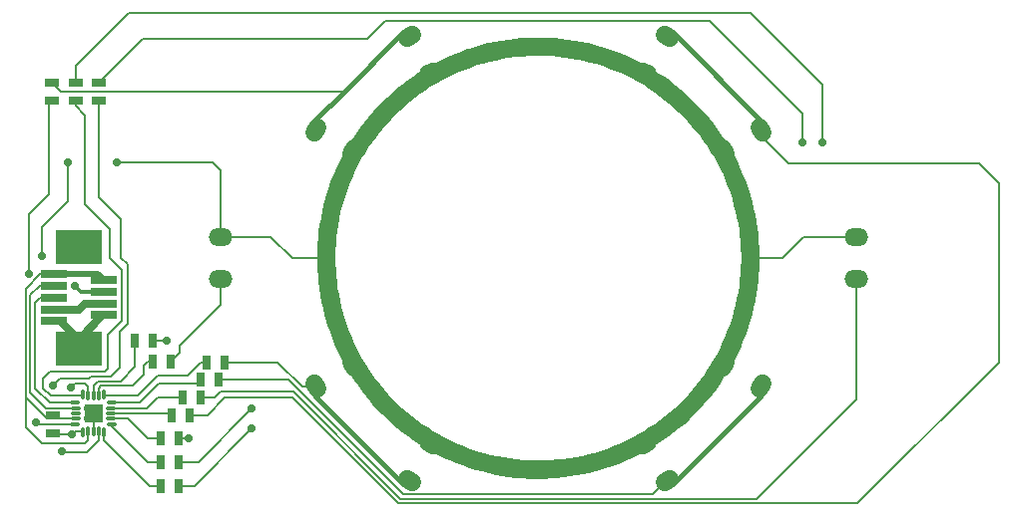
<source format=gbl>
G04 (created by PCBNEW (2013-07-07 BZR 4022)-stable) date 17/04/2014 00:12:45*
%MOIN*%
G04 Gerber Fmt 3.4, Leading zero omitted, Abs format*
%FSLAX34Y34*%
G01*
G70*
G90*
G04 APERTURE LIST*
%ADD10C,0.00590551*%
%ADD11C,0.0001*%
%ADD12R,0.045X0.025*%
%ADD13R,0.0866142X0.0275591*%
%ADD14R,0.15748X0.11811*%
%ADD15R,0.025X0.045*%
%ADD16C,0.0590551*%
%ADD17O,0.0787402X0.0590551*%
%ADD18C,0.0393701*%
%ADD19O,0.0393701X0.0106299*%
%ADD20O,0.0106299X0.0393701*%
%ADD21R,0.0629921X0.0629921*%
%ADD22C,0.0275591*%
%ADD23C,0.00787402*%
%ADD24C,0.019685*%
%ADD25C,0.011811*%
%ADD26C,0.0275591*%
%ADD27C,0.015748*%
G04 APERTURE END LIST*
G54D10*
G54D11*
G36*
X81494Y-58382D02*
X81494Y-58432D01*
X81494Y-58476D01*
X81494Y-58516D01*
X81493Y-58551D01*
X81493Y-58585D01*
X81492Y-58615D01*
X81491Y-58645D01*
X81490Y-58674D01*
X81488Y-58704D01*
X81487Y-58735D01*
X81484Y-58768D01*
X81482Y-58803D01*
X81479Y-58843D01*
X81478Y-58864D01*
X81459Y-59089D01*
X81432Y-59313D01*
X81399Y-59536D01*
X81358Y-59758D01*
X81311Y-59979D01*
X81257Y-60198D01*
X81197Y-60416D01*
X81130Y-60631D01*
X81056Y-60845D01*
X80976Y-61056D01*
X80889Y-61265D01*
X80885Y-61274D01*
X80885Y-58426D01*
X80885Y-58207D01*
X80877Y-57989D01*
X80863Y-57770D01*
X80842Y-57553D01*
X80821Y-57390D01*
X80788Y-57175D01*
X80748Y-56962D01*
X80702Y-56751D01*
X80648Y-56542D01*
X80589Y-56336D01*
X80522Y-56131D01*
X80449Y-55929D01*
X80370Y-55730D01*
X80285Y-55534D01*
X80193Y-55340D01*
X80096Y-55149D01*
X79992Y-54962D01*
X79883Y-54777D01*
X79767Y-54597D01*
X79646Y-54420D01*
X79520Y-54246D01*
X79387Y-54077D01*
X79249Y-53911D01*
X79106Y-53750D01*
X78958Y-53593D01*
X78804Y-53441D01*
X78645Y-53293D01*
X78481Y-53150D01*
X78345Y-53038D01*
X78171Y-52904D01*
X77994Y-52775D01*
X77813Y-52653D01*
X77629Y-52537D01*
X77442Y-52427D01*
X77252Y-52323D01*
X77058Y-52226D01*
X76862Y-52135D01*
X76663Y-52050D01*
X76462Y-51972D01*
X76258Y-51901D01*
X76052Y-51836D01*
X75844Y-51777D01*
X75633Y-51726D01*
X75421Y-51680D01*
X75207Y-51642D01*
X74991Y-51611D01*
X74773Y-51586D01*
X74554Y-51568D01*
X74507Y-51565D01*
X74327Y-51558D01*
X74145Y-51555D01*
X73960Y-51556D01*
X73776Y-51563D01*
X73594Y-51574D01*
X73544Y-51578D01*
X73327Y-51599D01*
X73112Y-51628D01*
X72898Y-51663D01*
X72686Y-51705D01*
X72477Y-51754D01*
X72269Y-51809D01*
X72063Y-51870D01*
X71860Y-51938D01*
X71659Y-52013D01*
X71461Y-52094D01*
X71265Y-52181D01*
X71073Y-52274D01*
X70883Y-52373D01*
X70697Y-52478D01*
X70514Y-52589D01*
X70335Y-52706D01*
X70159Y-52828D01*
X69987Y-52956D01*
X69818Y-53090D01*
X69654Y-53230D01*
X69494Y-53375D01*
X69338Y-53525D01*
X69187Y-53680D01*
X69040Y-53841D01*
X68898Y-54007D01*
X68820Y-54103D01*
X68686Y-54276D01*
X68559Y-54452D01*
X68437Y-54632D01*
X68322Y-54815D01*
X68213Y-55001D01*
X68110Y-55191D01*
X68013Y-55383D01*
X67923Y-55578D01*
X67839Y-55776D01*
X67761Y-55976D01*
X67690Y-56178D01*
X67625Y-56383D01*
X67567Y-56589D01*
X67516Y-56798D01*
X67471Y-57008D01*
X67432Y-57219D01*
X67401Y-57433D01*
X67376Y-57647D01*
X67358Y-57862D01*
X67346Y-58079D01*
X67342Y-58296D01*
X67345Y-58514D01*
X67354Y-58733D01*
X67366Y-58896D01*
X67388Y-59114D01*
X67416Y-59330D01*
X67452Y-59545D01*
X67494Y-59758D01*
X67543Y-59970D01*
X67599Y-60179D01*
X67661Y-60386D01*
X67730Y-60591D01*
X67806Y-60794D01*
X67888Y-60994D01*
X67977Y-61192D01*
X68071Y-61386D01*
X68173Y-61578D01*
X68280Y-61767D01*
X68394Y-61953D01*
X68514Y-62135D01*
X68640Y-62314D01*
X68693Y-62385D01*
X68826Y-62557D01*
X68964Y-62724D01*
X69108Y-62887D01*
X69256Y-63044D01*
X69409Y-63197D01*
X69567Y-63344D01*
X69729Y-63486D01*
X69895Y-63623D01*
X70065Y-63755D01*
X70240Y-63881D01*
X70418Y-64001D01*
X70600Y-64116D01*
X70785Y-64224D01*
X70974Y-64327D01*
X71166Y-64424D01*
X71361Y-64515D01*
X71558Y-64599D01*
X71759Y-64677D01*
X71962Y-64749D01*
X72168Y-64814D01*
X72333Y-64861D01*
X72542Y-64914D01*
X72753Y-64961D01*
X72965Y-65000D01*
X73178Y-65033D01*
X73391Y-65060D01*
X73605Y-65079D01*
X73819Y-65092D01*
X74033Y-65097D01*
X74245Y-65096D01*
X74289Y-65095D01*
X74507Y-65086D01*
X74722Y-65070D01*
X74935Y-65048D01*
X75145Y-65020D01*
X75353Y-64985D01*
X75559Y-64943D01*
X75764Y-64895D01*
X75968Y-64841D01*
X76171Y-64779D01*
X76263Y-64750D01*
X76468Y-64678D01*
X76669Y-64599D01*
X76868Y-64514D01*
X77064Y-64423D01*
X77257Y-64326D01*
X77446Y-64223D01*
X77632Y-64114D01*
X77814Y-63999D01*
X77992Y-63878D01*
X78167Y-63752D01*
X78337Y-63620D01*
X78504Y-63483D01*
X78665Y-63340D01*
X78823Y-63193D01*
X78976Y-63040D01*
X79124Y-62883D01*
X79267Y-62721D01*
X79405Y-62553D01*
X79537Y-62382D01*
X79665Y-62206D01*
X79749Y-62082D01*
X79868Y-61898D01*
X79981Y-61710D01*
X80087Y-61519D01*
X80187Y-61325D01*
X80280Y-61129D01*
X80367Y-60930D01*
X80447Y-60728D01*
X80521Y-60524D01*
X80588Y-60318D01*
X80648Y-60109D01*
X80702Y-59899D01*
X80749Y-59686D01*
X80789Y-59471D01*
X80822Y-59254D01*
X80844Y-59078D01*
X80865Y-58862D01*
X80878Y-58644D01*
X80885Y-58426D01*
X80885Y-61274D01*
X80796Y-61471D01*
X80696Y-61674D01*
X80590Y-61874D01*
X80551Y-61944D01*
X80437Y-62140D01*
X80316Y-62332D01*
X80190Y-62521D01*
X80058Y-62706D01*
X79920Y-62887D01*
X79776Y-63063D01*
X79628Y-63235D01*
X79474Y-63403D01*
X79315Y-63566D01*
X79152Y-63723D01*
X78989Y-63871D01*
X78815Y-64019D01*
X78636Y-64162D01*
X78454Y-64299D01*
X78268Y-64431D01*
X78078Y-64556D01*
X77884Y-64675D01*
X77687Y-64788D01*
X77487Y-64895D01*
X77284Y-64996D01*
X77077Y-65090D01*
X76867Y-65178D01*
X76655Y-65260D01*
X76452Y-65331D01*
X76239Y-65399D01*
X76025Y-65459D01*
X75810Y-65514D01*
X75593Y-65561D01*
X75375Y-65602D01*
X75155Y-65636D01*
X74933Y-65664D01*
X74708Y-65686D01*
X74481Y-65700D01*
X74395Y-65704D01*
X74373Y-65705D01*
X74344Y-65706D01*
X74311Y-65706D01*
X74273Y-65707D01*
X74231Y-65707D01*
X74187Y-65707D01*
X74141Y-65707D01*
X74095Y-65707D01*
X74049Y-65707D01*
X74004Y-65707D01*
X73961Y-65707D01*
X73921Y-65706D01*
X73885Y-65706D01*
X73854Y-65705D01*
X73828Y-65704D01*
X73818Y-65704D01*
X73589Y-65691D01*
X73360Y-65671D01*
X73133Y-65645D01*
X72908Y-65611D01*
X72684Y-65571D01*
X72462Y-65524D01*
X72242Y-65470D01*
X72024Y-65409D01*
X71808Y-65342D01*
X71594Y-65268D01*
X71383Y-65188D01*
X71174Y-65101D01*
X70967Y-65007D01*
X70764Y-64907D01*
X70563Y-64800D01*
X70365Y-64687D01*
X70327Y-64665D01*
X70132Y-64544D01*
X69941Y-64417D01*
X69755Y-64285D01*
X69573Y-64147D01*
X69395Y-64004D01*
X69222Y-63855D01*
X69053Y-63701D01*
X68889Y-63542D01*
X68729Y-63377D01*
X68574Y-63206D01*
X68511Y-63134D01*
X68365Y-62958D01*
X68224Y-62779D01*
X68090Y-62595D01*
X67961Y-62408D01*
X67838Y-62217D01*
X67721Y-62022D01*
X67610Y-61824D01*
X67506Y-61622D01*
X67407Y-61417D01*
X67315Y-61210D01*
X67230Y-60999D01*
X67151Y-60785D01*
X67109Y-60664D01*
X67040Y-60447D01*
X66978Y-60228D01*
X66923Y-60007D01*
X66875Y-59784D01*
X66833Y-59560D01*
X66799Y-59335D01*
X66771Y-59109D01*
X66751Y-58881D01*
X66743Y-58758D01*
X66738Y-58666D01*
X66735Y-58568D01*
X66733Y-58467D01*
X66732Y-58364D01*
X66732Y-58260D01*
X66733Y-58157D01*
X66736Y-58056D01*
X66739Y-57960D01*
X66743Y-57894D01*
X66759Y-57667D01*
X66783Y-57440D01*
X66814Y-57215D01*
X66851Y-56991D01*
X66895Y-56769D01*
X66946Y-56548D01*
X67004Y-56329D01*
X67068Y-56112D01*
X67139Y-55898D01*
X67217Y-55685D01*
X67301Y-55475D01*
X67392Y-55268D01*
X67489Y-55063D01*
X67593Y-54861D01*
X67703Y-54662D01*
X67775Y-54539D01*
X67896Y-54344D01*
X68022Y-54154D01*
X68155Y-53967D01*
X68292Y-53785D01*
X68436Y-53607D01*
X68584Y-53434D01*
X68739Y-53265D01*
X68898Y-53101D01*
X69063Y-52942D01*
X69232Y-52787D01*
X69377Y-52663D01*
X69555Y-52519D01*
X69736Y-52380D01*
X69922Y-52247D01*
X70111Y-52121D01*
X70304Y-52000D01*
X70501Y-51886D01*
X70701Y-51777D01*
X70904Y-51675D01*
X71110Y-51580D01*
X71320Y-51490D01*
X71532Y-51407D01*
X71748Y-51330D01*
X71786Y-51317D01*
X72000Y-51250D01*
X72216Y-51189D01*
X72435Y-51135D01*
X72655Y-51087D01*
X72876Y-51046D01*
X73099Y-51012D01*
X73321Y-50985D01*
X73544Y-50964D01*
X73576Y-50962D01*
X73617Y-50959D01*
X73655Y-50957D01*
X73689Y-50954D01*
X73721Y-50953D01*
X73751Y-50951D01*
X73780Y-50950D01*
X73810Y-50948D01*
X73840Y-50948D01*
X73872Y-50947D01*
X73906Y-50947D01*
X73944Y-50946D01*
X73986Y-50946D01*
X74033Y-50946D01*
X74085Y-50946D01*
X74114Y-50946D01*
X74170Y-50946D01*
X74220Y-50946D01*
X74264Y-50946D01*
X74304Y-50946D01*
X74339Y-50947D01*
X74373Y-50947D01*
X74403Y-50948D01*
X74433Y-50949D01*
X74462Y-50950D01*
X74492Y-50952D01*
X74523Y-50953D01*
X74556Y-50955D01*
X74591Y-50958D01*
X74631Y-50961D01*
X74652Y-50962D01*
X74877Y-50981D01*
X75101Y-51008D01*
X75325Y-51041D01*
X75547Y-51081D01*
X75767Y-51129D01*
X75986Y-51182D01*
X76204Y-51243D01*
X76419Y-51310D01*
X76632Y-51384D01*
X76843Y-51464D01*
X77052Y-51551D01*
X77258Y-51644D01*
X77461Y-51743D01*
X77661Y-51849D01*
X77858Y-51961D01*
X77954Y-52019D01*
X78147Y-52141D01*
X78336Y-52269D01*
X78521Y-52402D01*
X78702Y-52541D01*
X78878Y-52685D01*
X79049Y-52835D01*
X79216Y-52990D01*
X79378Y-53149D01*
X79535Y-53314D01*
X79686Y-53483D01*
X79833Y-53657D01*
X79974Y-53835D01*
X80110Y-54018D01*
X80241Y-54205D01*
X80365Y-54396D01*
X80466Y-54561D01*
X80579Y-54758D01*
X80686Y-54958D01*
X80787Y-55162D01*
X80881Y-55369D01*
X80969Y-55579D01*
X81051Y-55792D01*
X81122Y-55998D01*
X81190Y-56212D01*
X81251Y-56428D01*
X81305Y-56647D01*
X81353Y-56867D01*
X81394Y-57088D01*
X81428Y-57311D01*
X81455Y-57533D01*
X81476Y-57756D01*
X81478Y-57788D01*
X81481Y-57829D01*
X81483Y-57867D01*
X81486Y-57901D01*
X81487Y-57933D01*
X81489Y-57963D01*
X81490Y-57992D01*
X81491Y-58022D01*
X81492Y-58052D01*
X81493Y-58084D01*
X81493Y-58118D01*
X81494Y-58156D01*
X81494Y-58198D01*
X81494Y-58245D01*
X81494Y-58297D01*
X81494Y-58326D01*
X81494Y-58382D01*
X81494Y-58382D01*
X81494Y-58382D01*
G37*
G54D12*
X57893Y-63577D03*
X57893Y-64177D03*
G54D13*
X57933Y-60433D03*
X57933Y-60039D03*
X57933Y-59645D03*
X57933Y-59251D03*
X57933Y-58858D03*
X59586Y-59842D03*
X59586Y-59448D03*
X59586Y-60236D03*
X59586Y-59055D03*
G54D14*
X58759Y-61338D03*
X58759Y-57952D03*
G54D12*
X59448Y-53055D03*
X59448Y-52455D03*
G54D15*
X61835Y-61771D03*
X61235Y-61771D03*
X62819Y-62992D03*
X62219Y-62992D03*
X62465Y-63582D03*
X61865Y-63582D03*
G54D12*
X57874Y-52455D03*
X57874Y-53055D03*
G54D15*
X63646Y-61811D03*
X63046Y-61811D03*
X63449Y-62401D03*
X62849Y-62401D03*
G54D12*
X58661Y-53055D03*
X58661Y-52455D03*
G54D15*
X60644Y-61102D03*
X61244Y-61102D03*
X61511Y-65944D03*
X62111Y-65944D03*
X61511Y-65157D03*
X62111Y-65157D03*
X61511Y-64370D03*
X62111Y-64370D03*
G54D16*
X81497Y-62703D02*
X81596Y-62532D01*
X80270Y-61994D02*
X80368Y-61824D01*
X78320Y-65808D02*
X78490Y-65710D01*
X77611Y-64581D02*
X77782Y-64482D01*
X69737Y-65710D02*
X69908Y-65808D01*
X70446Y-64482D02*
X70616Y-64581D01*
X66631Y-62532D02*
X66730Y-62703D01*
X67859Y-61824D02*
X67957Y-61994D01*
X66730Y-53950D02*
X66632Y-54120D01*
X67958Y-54658D02*
X67859Y-54829D01*
X69908Y-50844D02*
X69737Y-50943D01*
X70616Y-52072D02*
X70446Y-52170D01*
X78490Y-50943D02*
X78320Y-50844D01*
X77782Y-52170D02*
X77611Y-52072D01*
X81596Y-54120D02*
X81497Y-53950D01*
X80368Y-54829D02*
X80270Y-54658D01*
G54D17*
X84744Y-59035D03*
X84744Y-57618D03*
X63484Y-59035D03*
X63484Y-57618D03*
G54D18*
X67007Y-58326D03*
G54D19*
X59872Y-63169D03*
X59842Y-63346D03*
X59842Y-63523D03*
X59842Y-63700D03*
X59872Y-63877D03*
G54D20*
X59606Y-64143D03*
X59429Y-64114D03*
X59251Y-64114D03*
X59074Y-64114D03*
X58897Y-64143D03*
G54D19*
X58631Y-63877D03*
X58661Y-63700D03*
X58661Y-63523D03*
X58661Y-63346D03*
X58631Y-63169D03*
G54D20*
X58897Y-62903D03*
X59074Y-62933D03*
X59251Y-62933D03*
X59429Y-62933D03*
X59606Y-62903D03*
G54D21*
X59251Y-63523D03*
G54D22*
X57322Y-63818D03*
X58641Y-59251D03*
X58503Y-62657D03*
X57106Y-58858D03*
X83602Y-54468D03*
X62440Y-64370D03*
X61692Y-61102D03*
X58759Y-60039D03*
X58405Y-55137D03*
X60019Y-55137D03*
X57539Y-58267D03*
X82933Y-54468D03*
X64547Y-64035D03*
X64547Y-63366D03*
X58523Y-64232D03*
X59074Y-63700D03*
X59429Y-63700D03*
X59074Y-63346D03*
X59251Y-63523D03*
X59429Y-63346D03*
X58208Y-64803D03*
X57913Y-62578D03*
G54D23*
X56988Y-63996D02*
X57519Y-64527D01*
X56988Y-63248D02*
X56988Y-63996D01*
X56988Y-62972D02*
X56988Y-63248D01*
X57519Y-64527D02*
X58976Y-64527D01*
X58976Y-64527D02*
X59074Y-64429D01*
X59074Y-64429D02*
X59074Y-64114D01*
X58661Y-63700D02*
X57716Y-63700D01*
X57716Y-63700D02*
X56988Y-62972D01*
G54D24*
X57933Y-58858D02*
X59389Y-58858D01*
X59389Y-58858D02*
X59586Y-59055D01*
G54D23*
X57933Y-58858D02*
X57480Y-58858D01*
X56988Y-59350D02*
X56988Y-62972D01*
X57480Y-58858D02*
X56988Y-59350D01*
X58661Y-63346D02*
X57677Y-63346D01*
X57677Y-63346D02*
X57145Y-62814D01*
X57933Y-59251D02*
X57460Y-59251D01*
X57145Y-59566D02*
X57145Y-62814D01*
X57460Y-59251D02*
X57145Y-59566D01*
X58661Y-63877D02*
X57381Y-63877D01*
X57381Y-63877D02*
X57322Y-63818D01*
G54D25*
X58838Y-59448D02*
X58641Y-59251D01*
X59586Y-59448D02*
X58838Y-59448D01*
G54D23*
X59074Y-62933D02*
X59074Y-62618D01*
X58641Y-62519D02*
X58503Y-62657D01*
X58976Y-62519D02*
X58641Y-62519D01*
X59074Y-62618D02*
X58976Y-62519D01*
X57106Y-58858D02*
X57106Y-56850D01*
X57106Y-56850D02*
X57775Y-56181D01*
X57775Y-53095D02*
X57775Y-56181D01*
X83602Y-52519D02*
X81200Y-50118D01*
X83602Y-54468D02*
X83602Y-52519D01*
X58661Y-52455D02*
X58661Y-51889D01*
X58661Y-51889D02*
X60433Y-50118D01*
X81200Y-50118D02*
X60433Y-50118D01*
X62111Y-64370D02*
X62440Y-64370D01*
X59842Y-63523D02*
X61806Y-63523D01*
X61806Y-63523D02*
X61865Y-63582D01*
X59842Y-63346D02*
X61043Y-63346D01*
X61043Y-63346D02*
X61397Y-62992D01*
X61397Y-62992D02*
X62219Y-62992D01*
X59842Y-63169D02*
X60787Y-63169D01*
X60787Y-63169D02*
X61437Y-62519D01*
X62731Y-62519D02*
X62849Y-62401D01*
X61437Y-62519D02*
X62731Y-62519D01*
X59606Y-62933D02*
X60728Y-62933D01*
X60728Y-62933D02*
X61417Y-62244D01*
X62834Y-61811D02*
X63046Y-61811D01*
X62401Y-62244D02*
X62834Y-61811D01*
X61417Y-62244D02*
X62401Y-62244D01*
X59429Y-62933D02*
X59429Y-62677D01*
X61082Y-61771D02*
X61235Y-61771D01*
X60925Y-61929D02*
X61082Y-61771D01*
X60925Y-62224D02*
X60925Y-61929D01*
X60551Y-62598D02*
X60925Y-62224D01*
X59507Y-62598D02*
X60551Y-62598D01*
X59429Y-62677D02*
X59507Y-62598D01*
X61692Y-61102D02*
X61244Y-61102D01*
X58405Y-55137D02*
X58405Y-56417D01*
X63484Y-57618D02*
X63484Y-55393D01*
X63228Y-55137D02*
X60019Y-55137D01*
X63484Y-55393D02*
X63228Y-55137D01*
X57539Y-57283D02*
X57539Y-58267D01*
X58405Y-56417D02*
X57539Y-57283D01*
G54D26*
X59586Y-59842D02*
X58956Y-59842D01*
X58759Y-60039D02*
X57933Y-60039D01*
X58956Y-59842D02*
X58759Y-60039D01*
G54D23*
X67007Y-58326D02*
X65885Y-58326D01*
X65885Y-58326D02*
X65177Y-57618D01*
X81181Y-58326D02*
X82263Y-58326D01*
X82972Y-57618D02*
X84744Y-57618D01*
X82263Y-58326D02*
X82972Y-57618D01*
X63425Y-57618D02*
X65177Y-57618D01*
X80319Y-54744D02*
X80319Y-55260D01*
X80319Y-61432D02*
X80319Y-61909D01*
X80807Y-60944D02*
X80319Y-61432D01*
X80807Y-60078D02*
X80807Y-60944D01*
X81181Y-59704D02*
X80807Y-60078D01*
X81181Y-57106D02*
X81181Y-57618D01*
X81181Y-57618D02*
X81181Y-58326D01*
X81181Y-58326D02*
X81181Y-59704D01*
X80846Y-56771D02*
X81181Y-57106D01*
X80846Y-55787D02*
X80846Y-56771D01*
X80319Y-55260D02*
X80846Y-55787D01*
X77696Y-52121D02*
X77790Y-52121D01*
X80319Y-54650D02*
X80319Y-54744D01*
X77790Y-52121D02*
X80319Y-54650D01*
X77696Y-64531D02*
X77810Y-64531D01*
X77810Y-64531D02*
X80319Y-62023D01*
X80319Y-62023D02*
X80319Y-61909D01*
X70531Y-64531D02*
X70949Y-64531D01*
X77465Y-64763D02*
X77696Y-64531D01*
X76535Y-64763D02*
X77465Y-64763D01*
X75964Y-65334D02*
X76535Y-64763D01*
X72519Y-65334D02*
X75964Y-65334D01*
X72145Y-64960D02*
X72519Y-65334D01*
X71377Y-64960D02*
X72145Y-64960D01*
X70949Y-64531D02*
X71377Y-64960D01*
X67908Y-61909D02*
X67908Y-61983D01*
X70457Y-64531D02*
X70531Y-64531D01*
X67908Y-61983D02*
X70457Y-64531D01*
X67007Y-58326D02*
X67007Y-59527D01*
X67908Y-61333D02*
X67908Y-61909D01*
X67421Y-60846D02*
X67908Y-61333D01*
X67421Y-59940D02*
X67421Y-60846D01*
X67007Y-59527D02*
X67421Y-59940D01*
X67908Y-54744D02*
X67775Y-54877D01*
X67204Y-58129D02*
X67007Y-58326D01*
X67204Y-56141D02*
X67204Y-58129D01*
X67775Y-55570D02*
X67204Y-56141D01*
X67775Y-54877D02*
X67775Y-55570D01*
X70531Y-52121D02*
X70034Y-52618D01*
X69803Y-52849D02*
X67908Y-54744D01*
X69803Y-52618D02*
X69803Y-52849D01*
X70034Y-52618D02*
X69803Y-52618D01*
X82933Y-53484D02*
X79842Y-50393D01*
X82933Y-54468D02*
X82933Y-53484D01*
X59448Y-52455D02*
X60910Y-50994D01*
X60910Y-50994D02*
X68395Y-50994D01*
X68395Y-50994D02*
X68996Y-50393D01*
X79842Y-50393D02*
X68996Y-50393D01*
X62111Y-65944D02*
X62637Y-65944D01*
X62637Y-65944D02*
X64547Y-64035D01*
X62111Y-65157D02*
X62755Y-65157D01*
X62755Y-65157D02*
X64547Y-63366D01*
X58661Y-63169D02*
X57795Y-63169D01*
X57795Y-63169D02*
X57303Y-62677D01*
X57933Y-59645D02*
X57480Y-59645D01*
X57303Y-59822D02*
X57303Y-62677D01*
X57480Y-59645D02*
X57303Y-59822D01*
X58523Y-64232D02*
X57948Y-64232D01*
X57948Y-64232D02*
X57893Y-64177D01*
X58641Y-64114D02*
X58523Y-64232D01*
X58897Y-64114D02*
X58641Y-64114D01*
X59074Y-63700D02*
X59251Y-63523D01*
G54D26*
X59586Y-60236D02*
X59566Y-60236D01*
X59566Y-60236D02*
X58759Y-61043D01*
X57933Y-60433D02*
X58149Y-60433D01*
X58149Y-60433D02*
X58759Y-61043D01*
G54D23*
X59429Y-63700D02*
X59251Y-63523D01*
X59074Y-63346D02*
X59251Y-63523D01*
X59429Y-63346D02*
X59251Y-63523D01*
X59251Y-64114D02*
X59251Y-63523D01*
X63646Y-61811D02*
X65413Y-61811D01*
X66220Y-62618D02*
X66681Y-62618D01*
X66220Y-62618D02*
X65413Y-61811D01*
G54D27*
X66681Y-62618D02*
X66681Y-62960D01*
X69479Y-65759D02*
X69822Y-65759D01*
X66681Y-62960D02*
X69479Y-65759D01*
G54D23*
X59251Y-62933D02*
X59251Y-62578D01*
X60629Y-61117D02*
X60644Y-61102D01*
X60629Y-61968D02*
X60629Y-61117D01*
X60157Y-62440D02*
X60629Y-61968D01*
X59389Y-62440D02*
X60157Y-62440D01*
X59251Y-62578D02*
X59389Y-62440D01*
X62819Y-62992D02*
X63307Y-62992D01*
X63503Y-62795D02*
X65925Y-62795D01*
X63307Y-62992D02*
X63503Y-62795D01*
X84744Y-59035D02*
X84744Y-63051D01*
X84744Y-63051D02*
X81417Y-66377D01*
X81417Y-66377D02*
X69507Y-66377D01*
X69507Y-66377D02*
X65925Y-62795D01*
X63484Y-59901D02*
X63484Y-59074D01*
X63484Y-59901D02*
X62125Y-61259D01*
X61835Y-61771D02*
X62125Y-61481D01*
X62125Y-61259D02*
X62125Y-61481D01*
X63385Y-59133D02*
X63484Y-59035D01*
X59606Y-64114D02*
X59606Y-64429D01*
X61122Y-65944D02*
X61511Y-65944D01*
X59606Y-64429D02*
X61122Y-65944D01*
X59045Y-64812D02*
X58218Y-64812D01*
X58218Y-64812D02*
X58208Y-64803D01*
X59448Y-53055D02*
X59448Y-56279D01*
X59448Y-56279D02*
X60177Y-57007D01*
X60177Y-57007D02*
X60177Y-58307D01*
X59173Y-62283D02*
X59114Y-62342D01*
X60393Y-58523D02*
X60177Y-58307D01*
X60393Y-60511D02*
X60393Y-58523D01*
X59173Y-62283D02*
X59822Y-62283D01*
X59822Y-62283D02*
X60118Y-61988D01*
X59429Y-64114D02*
X59429Y-64429D01*
X57913Y-62578D02*
X58149Y-62342D01*
X59429Y-64429D02*
X59045Y-64812D01*
X60118Y-60787D02*
X60118Y-61988D01*
X60393Y-60511D02*
X60118Y-60787D01*
X59114Y-62342D02*
X58149Y-62342D01*
X59842Y-63877D02*
X59842Y-63917D01*
X61082Y-65157D02*
X61511Y-65157D01*
X59842Y-63917D02*
X61082Y-65157D01*
X59842Y-63700D02*
X60413Y-63700D01*
X60413Y-63700D02*
X61082Y-64370D01*
X61082Y-64370D02*
X61511Y-64370D01*
X57874Y-52455D02*
X58174Y-52755D01*
X58174Y-52755D02*
X67618Y-52755D01*
G54D27*
X69822Y-50893D02*
X69480Y-50893D01*
X66681Y-53692D02*
X66681Y-54035D01*
X69480Y-50893D02*
X67618Y-52755D01*
X67618Y-52755D02*
X66681Y-53692D01*
G54D23*
X58897Y-62933D02*
X57834Y-62933D01*
X57834Y-62933D02*
X57578Y-62677D01*
X58661Y-53055D02*
X58661Y-53228D01*
X58976Y-53543D02*
X58976Y-56515D01*
X58661Y-53228D02*
X58976Y-53543D01*
X58976Y-56515D02*
X59803Y-57342D01*
X59744Y-62007D02*
X59744Y-60885D01*
X59744Y-60885D02*
X60196Y-60433D01*
X59635Y-62116D02*
X59744Y-62007D01*
X60196Y-60433D02*
X60196Y-58720D01*
X57805Y-62116D02*
X57578Y-62342D01*
X57578Y-62342D02*
X57578Y-62677D01*
X59635Y-62116D02*
X57805Y-62116D01*
X59803Y-58326D02*
X59803Y-57342D01*
X60196Y-58720D02*
X59803Y-58326D01*
X82456Y-55141D02*
X88823Y-55141D01*
X89488Y-55807D02*
X89488Y-61830D01*
X88823Y-55141D02*
X89488Y-55807D01*
X62465Y-63582D02*
X63051Y-63582D01*
X63051Y-63582D02*
X63641Y-62992D01*
X63641Y-62992D02*
X65885Y-62992D01*
X81546Y-54232D02*
X82456Y-55141D01*
X69429Y-66535D02*
X65885Y-62992D01*
X84783Y-66535D02*
X69429Y-66535D01*
X89488Y-61830D02*
X84783Y-66535D01*
G54D27*
X81546Y-54232D02*
X81546Y-53712D01*
X78728Y-50894D02*
X78405Y-50894D01*
X81546Y-53712D02*
X78728Y-50894D01*
G54D23*
X63449Y-62401D02*
X65767Y-62401D01*
X78405Y-65759D02*
X77944Y-66220D01*
X69586Y-66220D02*
X65767Y-62401D01*
X77944Y-66220D02*
X69586Y-66220D01*
G54D27*
X81546Y-62618D02*
X81546Y-62961D01*
X78748Y-65759D02*
X78405Y-65759D01*
X81546Y-62961D02*
X78748Y-65759D01*
M02*

</source>
